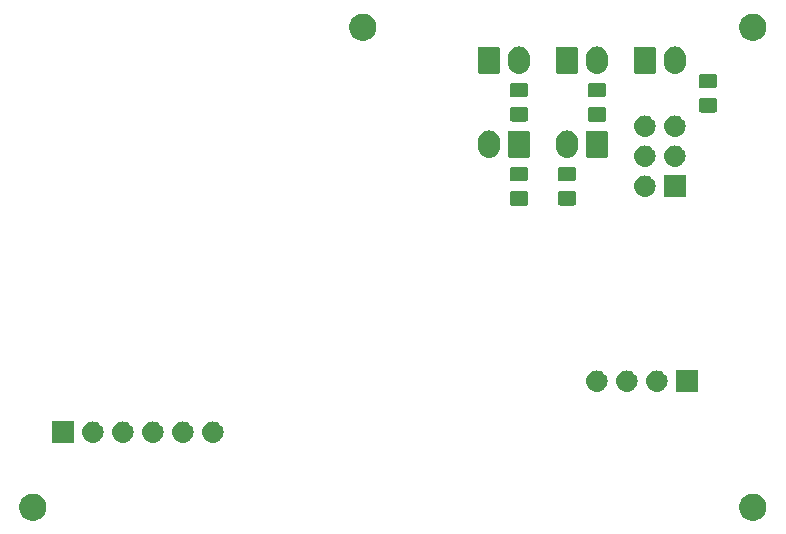
<source format=gbr>
G04 #@! TF.GenerationSoftware,KiCad,Pcbnew,5.0.1*
G04 #@! TF.CreationDate,2018-10-29T01:07:12-05:00*
G04 #@! TF.ProjectId,RDP-Environmental,5244502D456E7669726F6E6D656E7461,01*
G04 #@! TF.SameCoordinates,Original*
G04 #@! TF.FileFunction,Soldermask,Bot*
G04 #@! TF.FilePolarity,Negative*
%FSLAX46Y46*%
G04 Gerber Fmt 4.6, Leading zero omitted, Abs format (unit mm)*
G04 Created by KiCad (PCBNEW 5.0.1) date Mon 29 Oct 2018 01:07:12 AM CDT*
%MOMM*%
%LPD*%
G01*
G04 APERTURE LIST*
%ADD10C,0.100000*%
G04 APERTURE END LIST*
D10*
G36*
X89235734Y-64933232D02*
X89445202Y-65019996D01*
X89633723Y-65145962D01*
X89794038Y-65306277D01*
X89920004Y-65494798D01*
X90006768Y-65704266D01*
X90051000Y-65926635D01*
X90051000Y-66153365D01*
X90006768Y-66375734D01*
X89920004Y-66585202D01*
X89794038Y-66773723D01*
X89633723Y-66934038D01*
X89445202Y-67060004D01*
X89235734Y-67146768D01*
X89013365Y-67191000D01*
X88786635Y-67191000D01*
X88564266Y-67146768D01*
X88354798Y-67060004D01*
X88166277Y-66934038D01*
X88005962Y-66773723D01*
X87879996Y-66585202D01*
X87793232Y-66375734D01*
X87749000Y-66153365D01*
X87749000Y-65926635D01*
X87793232Y-65704266D01*
X87879996Y-65494798D01*
X88005962Y-65306277D01*
X88166277Y-65145962D01*
X88354798Y-65019996D01*
X88564266Y-64933232D01*
X88786635Y-64889000D01*
X89013365Y-64889000D01*
X89235734Y-64933232D01*
X89235734Y-64933232D01*
G37*
G36*
X28275734Y-64933232D02*
X28485202Y-65019996D01*
X28673723Y-65145962D01*
X28834038Y-65306277D01*
X28960004Y-65494798D01*
X29046768Y-65704266D01*
X29091000Y-65926635D01*
X29091000Y-66153365D01*
X29046768Y-66375734D01*
X28960004Y-66585202D01*
X28834038Y-66773723D01*
X28673723Y-66934038D01*
X28485202Y-67060004D01*
X28275734Y-67146768D01*
X28053365Y-67191000D01*
X27826635Y-67191000D01*
X27604266Y-67146768D01*
X27394798Y-67060004D01*
X27206277Y-66934038D01*
X27045962Y-66773723D01*
X26919996Y-66585202D01*
X26833232Y-66375734D01*
X26789000Y-66153365D01*
X26789000Y-65926635D01*
X26833232Y-65704266D01*
X26919996Y-65494798D01*
X27045962Y-65306277D01*
X27206277Y-65145962D01*
X27394798Y-65019996D01*
X27604266Y-64933232D01*
X27826635Y-64889000D01*
X28053365Y-64889000D01*
X28275734Y-64933232D01*
X28275734Y-64933232D01*
G37*
G36*
X40750442Y-58795518D02*
X40816627Y-58802037D01*
X40929853Y-58836384D01*
X40986467Y-58853557D01*
X41125087Y-58927652D01*
X41142991Y-58937222D01*
X41178729Y-58966552D01*
X41280186Y-59049814D01*
X41363448Y-59151271D01*
X41392778Y-59187009D01*
X41392779Y-59187011D01*
X41476443Y-59343533D01*
X41476443Y-59343534D01*
X41527963Y-59513373D01*
X41545359Y-59690000D01*
X41527963Y-59866627D01*
X41493616Y-59979853D01*
X41476443Y-60036467D01*
X41402348Y-60175087D01*
X41392778Y-60192991D01*
X41363448Y-60228729D01*
X41280186Y-60330186D01*
X41178729Y-60413448D01*
X41142991Y-60442778D01*
X41142989Y-60442779D01*
X40986467Y-60526443D01*
X40929853Y-60543616D01*
X40816627Y-60577963D01*
X40750443Y-60584481D01*
X40684260Y-60591000D01*
X40595740Y-60591000D01*
X40529557Y-60584481D01*
X40463373Y-60577963D01*
X40350147Y-60543616D01*
X40293533Y-60526443D01*
X40137011Y-60442779D01*
X40137009Y-60442778D01*
X40101271Y-60413448D01*
X39999814Y-60330186D01*
X39916552Y-60228729D01*
X39887222Y-60192991D01*
X39877652Y-60175087D01*
X39803557Y-60036467D01*
X39786384Y-59979853D01*
X39752037Y-59866627D01*
X39734641Y-59690000D01*
X39752037Y-59513373D01*
X39803557Y-59343534D01*
X39803557Y-59343533D01*
X39887221Y-59187011D01*
X39887222Y-59187009D01*
X39916552Y-59151271D01*
X39999814Y-59049814D01*
X40101271Y-58966552D01*
X40137009Y-58937222D01*
X40154913Y-58927652D01*
X40293533Y-58853557D01*
X40350147Y-58836384D01*
X40463373Y-58802037D01*
X40529558Y-58795518D01*
X40595740Y-58789000D01*
X40684260Y-58789000D01*
X40750442Y-58795518D01*
X40750442Y-58795518D01*
G37*
G36*
X43290442Y-58795518D02*
X43356627Y-58802037D01*
X43469853Y-58836384D01*
X43526467Y-58853557D01*
X43665087Y-58927652D01*
X43682991Y-58937222D01*
X43718729Y-58966552D01*
X43820186Y-59049814D01*
X43903448Y-59151271D01*
X43932778Y-59187009D01*
X43932779Y-59187011D01*
X44016443Y-59343533D01*
X44016443Y-59343534D01*
X44067963Y-59513373D01*
X44085359Y-59690000D01*
X44067963Y-59866627D01*
X44033616Y-59979853D01*
X44016443Y-60036467D01*
X43942348Y-60175087D01*
X43932778Y-60192991D01*
X43903448Y-60228729D01*
X43820186Y-60330186D01*
X43718729Y-60413448D01*
X43682991Y-60442778D01*
X43682989Y-60442779D01*
X43526467Y-60526443D01*
X43469853Y-60543616D01*
X43356627Y-60577963D01*
X43290443Y-60584481D01*
X43224260Y-60591000D01*
X43135740Y-60591000D01*
X43069557Y-60584481D01*
X43003373Y-60577963D01*
X42890147Y-60543616D01*
X42833533Y-60526443D01*
X42677011Y-60442779D01*
X42677009Y-60442778D01*
X42641271Y-60413448D01*
X42539814Y-60330186D01*
X42456552Y-60228729D01*
X42427222Y-60192991D01*
X42417652Y-60175087D01*
X42343557Y-60036467D01*
X42326384Y-59979853D01*
X42292037Y-59866627D01*
X42274641Y-59690000D01*
X42292037Y-59513373D01*
X42343557Y-59343534D01*
X42343557Y-59343533D01*
X42427221Y-59187011D01*
X42427222Y-59187009D01*
X42456552Y-59151271D01*
X42539814Y-59049814D01*
X42641271Y-58966552D01*
X42677009Y-58937222D01*
X42694913Y-58927652D01*
X42833533Y-58853557D01*
X42890147Y-58836384D01*
X43003373Y-58802037D01*
X43069558Y-58795518D01*
X43135740Y-58789000D01*
X43224260Y-58789000D01*
X43290442Y-58795518D01*
X43290442Y-58795518D01*
G37*
G36*
X31381000Y-60591000D02*
X29579000Y-60591000D01*
X29579000Y-58789000D01*
X31381000Y-58789000D01*
X31381000Y-60591000D01*
X31381000Y-60591000D01*
G37*
G36*
X33130442Y-58795518D02*
X33196627Y-58802037D01*
X33309853Y-58836384D01*
X33366467Y-58853557D01*
X33505087Y-58927652D01*
X33522991Y-58937222D01*
X33558729Y-58966552D01*
X33660186Y-59049814D01*
X33743448Y-59151271D01*
X33772778Y-59187009D01*
X33772779Y-59187011D01*
X33856443Y-59343533D01*
X33856443Y-59343534D01*
X33907963Y-59513373D01*
X33925359Y-59690000D01*
X33907963Y-59866627D01*
X33873616Y-59979853D01*
X33856443Y-60036467D01*
X33782348Y-60175087D01*
X33772778Y-60192991D01*
X33743448Y-60228729D01*
X33660186Y-60330186D01*
X33558729Y-60413448D01*
X33522991Y-60442778D01*
X33522989Y-60442779D01*
X33366467Y-60526443D01*
X33309853Y-60543616D01*
X33196627Y-60577963D01*
X33130443Y-60584481D01*
X33064260Y-60591000D01*
X32975740Y-60591000D01*
X32909557Y-60584481D01*
X32843373Y-60577963D01*
X32730147Y-60543616D01*
X32673533Y-60526443D01*
X32517011Y-60442779D01*
X32517009Y-60442778D01*
X32481271Y-60413448D01*
X32379814Y-60330186D01*
X32296552Y-60228729D01*
X32267222Y-60192991D01*
X32257652Y-60175087D01*
X32183557Y-60036467D01*
X32166384Y-59979853D01*
X32132037Y-59866627D01*
X32114641Y-59690000D01*
X32132037Y-59513373D01*
X32183557Y-59343534D01*
X32183557Y-59343533D01*
X32267221Y-59187011D01*
X32267222Y-59187009D01*
X32296552Y-59151271D01*
X32379814Y-59049814D01*
X32481271Y-58966552D01*
X32517009Y-58937222D01*
X32534913Y-58927652D01*
X32673533Y-58853557D01*
X32730147Y-58836384D01*
X32843373Y-58802037D01*
X32909558Y-58795518D01*
X32975740Y-58789000D01*
X33064260Y-58789000D01*
X33130442Y-58795518D01*
X33130442Y-58795518D01*
G37*
G36*
X38210442Y-58795518D02*
X38276627Y-58802037D01*
X38389853Y-58836384D01*
X38446467Y-58853557D01*
X38585087Y-58927652D01*
X38602991Y-58937222D01*
X38638729Y-58966552D01*
X38740186Y-59049814D01*
X38823448Y-59151271D01*
X38852778Y-59187009D01*
X38852779Y-59187011D01*
X38936443Y-59343533D01*
X38936443Y-59343534D01*
X38987963Y-59513373D01*
X39005359Y-59690000D01*
X38987963Y-59866627D01*
X38953616Y-59979853D01*
X38936443Y-60036467D01*
X38862348Y-60175087D01*
X38852778Y-60192991D01*
X38823448Y-60228729D01*
X38740186Y-60330186D01*
X38638729Y-60413448D01*
X38602991Y-60442778D01*
X38602989Y-60442779D01*
X38446467Y-60526443D01*
X38389853Y-60543616D01*
X38276627Y-60577963D01*
X38210443Y-60584481D01*
X38144260Y-60591000D01*
X38055740Y-60591000D01*
X37989557Y-60584481D01*
X37923373Y-60577963D01*
X37810147Y-60543616D01*
X37753533Y-60526443D01*
X37597011Y-60442779D01*
X37597009Y-60442778D01*
X37561271Y-60413448D01*
X37459814Y-60330186D01*
X37376552Y-60228729D01*
X37347222Y-60192991D01*
X37337652Y-60175087D01*
X37263557Y-60036467D01*
X37246384Y-59979853D01*
X37212037Y-59866627D01*
X37194641Y-59690000D01*
X37212037Y-59513373D01*
X37263557Y-59343534D01*
X37263557Y-59343533D01*
X37347221Y-59187011D01*
X37347222Y-59187009D01*
X37376552Y-59151271D01*
X37459814Y-59049814D01*
X37561271Y-58966552D01*
X37597009Y-58937222D01*
X37614913Y-58927652D01*
X37753533Y-58853557D01*
X37810147Y-58836384D01*
X37923373Y-58802037D01*
X37989558Y-58795518D01*
X38055740Y-58789000D01*
X38144260Y-58789000D01*
X38210442Y-58795518D01*
X38210442Y-58795518D01*
G37*
G36*
X35670442Y-58795518D02*
X35736627Y-58802037D01*
X35849853Y-58836384D01*
X35906467Y-58853557D01*
X36045087Y-58927652D01*
X36062991Y-58937222D01*
X36098729Y-58966552D01*
X36200186Y-59049814D01*
X36283448Y-59151271D01*
X36312778Y-59187009D01*
X36312779Y-59187011D01*
X36396443Y-59343533D01*
X36396443Y-59343534D01*
X36447963Y-59513373D01*
X36465359Y-59690000D01*
X36447963Y-59866627D01*
X36413616Y-59979853D01*
X36396443Y-60036467D01*
X36322348Y-60175087D01*
X36312778Y-60192991D01*
X36283448Y-60228729D01*
X36200186Y-60330186D01*
X36098729Y-60413448D01*
X36062991Y-60442778D01*
X36062989Y-60442779D01*
X35906467Y-60526443D01*
X35849853Y-60543616D01*
X35736627Y-60577963D01*
X35670443Y-60584481D01*
X35604260Y-60591000D01*
X35515740Y-60591000D01*
X35449557Y-60584481D01*
X35383373Y-60577963D01*
X35270147Y-60543616D01*
X35213533Y-60526443D01*
X35057011Y-60442779D01*
X35057009Y-60442778D01*
X35021271Y-60413448D01*
X34919814Y-60330186D01*
X34836552Y-60228729D01*
X34807222Y-60192991D01*
X34797652Y-60175087D01*
X34723557Y-60036467D01*
X34706384Y-59979853D01*
X34672037Y-59866627D01*
X34654641Y-59690000D01*
X34672037Y-59513373D01*
X34723557Y-59343534D01*
X34723557Y-59343533D01*
X34807221Y-59187011D01*
X34807222Y-59187009D01*
X34836552Y-59151271D01*
X34919814Y-59049814D01*
X35021271Y-58966552D01*
X35057009Y-58937222D01*
X35074913Y-58927652D01*
X35213533Y-58853557D01*
X35270147Y-58836384D01*
X35383373Y-58802037D01*
X35449558Y-58795518D01*
X35515740Y-58789000D01*
X35604260Y-58789000D01*
X35670442Y-58795518D01*
X35670442Y-58795518D01*
G37*
G36*
X75802443Y-54477519D02*
X75868627Y-54484037D01*
X75981853Y-54518384D01*
X76038467Y-54535557D01*
X76177087Y-54609652D01*
X76194991Y-54619222D01*
X76230729Y-54648552D01*
X76332186Y-54731814D01*
X76415448Y-54833271D01*
X76444778Y-54869009D01*
X76444779Y-54869011D01*
X76528443Y-55025533D01*
X76528443Y-55025534D01*
X76579963Y-55195373D01*
X76597359Y-55372000D01*
X76579963Y-55548627D01*
X76545616Y-55661853D01*
X76528443Y-55718467D01*
X76454348Y-55857087D01*
X76444778Y-55874991D01*
X76415448Y-55910729D01*
X76332186Y-56012186D01*
X76230729Y-56095448D01*
X76194991Y-56124778D01*
X76194989Y-56124779D01*
X76038467Y-56208443D01*
X75981853Y-56225616D01*
X75868627Y-56259963D01*
X75802443Y-56266481D01*
X75736260Y-56273000D01*
X75647740Y-56273000D01*
X75581557Y-56266481D01*
X75515373Y-56259963D01*
X75402147Y-56225616D01*
X75345533Y-56208443D01*
X75189011Y-56124779D01*
X75189009Y-56124778D01*
X75153271Y-56095448D01*
X75051814Y-56012186D01*
X74968552Y-55910729D01*
X74939222Y-55874991D01*
X74929652Y-55857087D01*
X74855557Y-55718467D01*
X74838384Y-55661853D01*
X74804037Y-55548627D01*
X74786641Y-55372000D01*
X74804037Y-55195373D01*
X74855557Y-55025534D01*
X74855557Y-55025533D01*
X74939221Y-54869011D01*
X74939222Y-54869009D01*
X74968552Y-54833271D01*
X75051814Y-54731814D01*
X75153271Y-54648552D01*
X75189009Y-54619222D01*
X75206913Y-54609652D01*
X75345533Y-54535557D01*
X75402147Y-54518384D01*
X75515373Y-54484037D01*
X75581557Y-54477519D01*
X75647740Y-54471000D01*
X75736260Y-54471000D01*
X75802443Y-54477519D01*
X75802443Y-54477519D01*
G37*
G36*
X78342443Y-54477519D02*
X78408627Y-54484037D01*
X78521853Y-54518384D01*
X78578467Y-54535557D01*
X78717087Y-54609652D01*
X78734991Y-54619222D01*
X78770729Y-54648552D01*
X78872186Y-54731814D01*
X78955448Y-54833271D01*
X78984778Y-54869009D01*
X78984779Y-54869011D01*
X79068443Y-55025533D01*
X79068443Y-55025534D01*
X79119963Y-55195373D01*
X79137359Y-55372000D01*
X79119963Y-55548627D01*
X79085616Y-55661853D01*
X79068443Y-55718467D01*
X78994348Y-55857087D01*
X78984778Y-55874991D01*
X78955448Y-55910729D01*
X78872186Y-56012186D01*
X78770729Y-56095448D01*
X78734991Y-56124778D01*
X78734989Y-56124779D01*
X78578467Y-56208443D01*
X78521853Y-56225616D01*
X78408627Y-56259963D01*
X78342443Y-56266481D01*
X78276260Y-56273000D01*
X78187740Y-56273000D01*
X78121557Y-56266481D01*
X78055373Y-56259963D01*
X77942147Y-56225616D01*
X77885533Y-56208443D01*
X77729011Y-56124779D01*
X77729009Y-56124778D01*
X77693271Y-56095448D01*
X77591814Y-56012186D01*
X77508552Y-55910729D01*
X77479222Y-55874991D01*
X77469652Y-55857087D01*
X77395557Y-55718467D01*
X77378384Y-55661853D01*
X77344037Y-55548627D01*
X77326641Y-55372000D01*
X77344037Y-55195373D01*
X77395557Y-55025534D01*
X77395557Y-55025533D01*
X77479221Y-54869011D01*
X77479222Y-54869009D01*
X77508552Y-54833271D01*
X77591814Y-54731814D01*
X77693271Y-54648552D01*
X77729009Y-54619222D01*
X77746913Y-54609652D01*
X77885533Y-54535557D01*
X77942147Y-54518384D01*
X78055373Y-54484037D01*
X78121557Y-54477519D01*
X78187740Y-54471000D01*
X78276260Y-54471000D01*
X78342443Y-54477519D01*
X78342443Y-54477519D01*
G37*
G36*
X80882443Y-54477519D02*
X80948627Y-54484037D01*
X81061853Y-54518384D01*
X81118467Y-54535557D01*
X81257087Y-54609652D01*
X81274991Y-54619222D01*
X81310729Y-54648552D01*
X81412186Y-54731814D01*
X81495448Y-54833271D01*
X81524778Y-54869009D01*
X81524779Y-54869011D01*
X81608443Y-55025533D01*
X81608443Y-55025534D01*
X81659963Y-55195373D01*
X81677359Y-55372000D01*
X81659963Y-55548627D01*
X81625616Y-55661853D01*
X81608443Y-55718467D01*
X81534348Y-55857087D01*
X81524778Y-55874991D01*
X81495448Y-55910729D01*
X81412186Y-56012186D01*
X81310729Y-56095448D01*
X81274991Y-56124778D01*
X81274989Y-56124779D01*
X81118467Y-56208443D01*
X81061853Y-56225616D01*
X80948627Y-56259963D01*
X80882443Y-56266481D01*
X80816260Y-56273000D01*
X80727740Y-56273000D01*
X80661557Y-56266481D01*
X80595373Y-56259963D01*
X80482147Y-56225616D01*
X80425533Y-56208443D01*
X80269011Y-56124779D01*
X80269009Y-56124778D01*
X80233271Y-56095448D01*
X80131814Y-56012186D01*
X80048552Y-55910729D01*
X80019222Y-55874991D01*
X80009652Y-55857087D01*
X79935557Y-55718467D01*
X79918384Y-55661853D01*
X79884037Y-55548627D01*
X79866641Y-55372000D01*
X79884037Y-55195373D01*
X79935557Y-55025534D01*
X79935557Y-55025533D01*
X80019221Y-54869011D01*
X80019222Y-54869009D01*
X80048552Y-54833271D01*
X80131814Y-54731814D01*
X80233271Y-54648552D01*
X80269009Y-54619222D01*
X80286913Y-54609652D01*
X80425533Y-54535557D01*
X80482147Y-54518384D01*
X80595373Y-54484037D01*
X80661557Y-54477519D01*
X80727740Y-54471000D01*
X80816260Y-54471000D01*
X80882443Y-54477519D01*
X80882443Y-54477519D01*
G37*
G36*
X84213000Y-56273000D02*
X82411000Y-56273000D01*
X82411000Y-54471000D01*
X84213000Y-54471000D01*
X84213000Y-56273000D01*
X84213000Y-56273000D01*
G37*
G36*
X69676677Y-39274465D02*
X69714364Y-39285898D01*
X69749103Y-39304466D01*
X69779548Y-39329452D01*
X69804534Y-39359897D01*
X69823102Y-39394636D01*
X69834535Y-39432323D01*
X69839000Y-39477661D01*
X69839000Y-40314339D01*
X69834535Y-40359677D01*
X69823102Y-40397364D01*
X69804534Y-40432103D01*
X69779548Y-40462548D01*
X69749103Y-40487534D01*
X69714364Y-40506102D01*
X69676677Y-40517535D01*
X69631339Y-40522000D01*
X68544661Y-40522000D01*
X68499323Y-40517535D01*
X68461636Y-40506102D01*
X68426897Y-40487534D01*
X68396452Y-40462548D01*
X68371466Y-40432103D01*
X68352898Y-40397364D01*
X68341465Y-40359677D01*
X68337000Y-40314339D01*
X68337000Y-39477661D01*
X68341465Y-39432323D01*
X68352898Y-39394636D01*
X68371466Y-39359897D01*
X68396452Y-39329452D01*
X68426897Y-39304466D01*
X68461636Y-39285898D01*
X68499323Y-39274465D01*
X68544661Y-39270000D01*
X69631339Y-39270000D01*
X69676677Y-39274465D01*
X69676677Y-39274465D01*
G37*
G36*
X73740677Y-39265465D02*
X73778364Y-39276898D01*
X73813103Y-39295466D01*
X73843548Y-39320452D01*
X73868534Y-39350897D01*
X73887102Y-39385636D01*
X73898535Y-39423323D01*
X73903000Y-39468661D01*
X73903000Y-40305339D01*
X73898535Y-40350677D01*
X73887102Y-40388364D01*
X73868534Y-40423103D01*
X73843548Y-40453548D01*
X73813103Y-40478534D01*
X73778364Y-40497102D01*
X73740677Y-40508535D01*
X73695339Y-40513000D01*
X72608661Y-40513000D01*
X72563323Y-40508535D01*
X72525636Y-40497102D01*
X72490897Y-40478534D01*
X72460452Y-40453548D01*
X72435466Y-40423103D01*
X72416898Y-40388364D01*
X72405465Y-40350677D01*
X72401000Y-40305339D01*
X72401000Y-39468661D01*
X72405465Y-39423323D01*
X72416898Y-39385636D01*
X72435466Y-39350897D01*
X72460452Y-39320452D01*
X72490897Y-39295466D01*
X72525636Y-39276898D01*
X72563323Y-39265465D01*
X72608661Y-39261000D01*
X73695339Y-39261000D01*
X73740677Y-39265465D01*
X73740677Y-39265465D01*
G37*
G36*
X79866442Y-37967518D02*
X79932627Y-37974037D01*
X80045853Y-38008384D01*
X80102467Y-38025557D01*
X80241087Y-38099652D01*
X80258991Y-38109222D01*
X80294729Y-38138552D01*
X80396186Y-38221814D01*
X80456233Y-38294983D01*
X80508778Y-38359009D01*
X80508779Y-38359011D01*
X80592443Y-38515533D01*
X80592443Y-38515534D01*
X80643963Y-38685373D01*
X80661359Y-38862000D01*
X80643963Y-39038627D01*
X80609616Y-39151853D01*
X80592443Y-39208467D01*
X80532585Y-39320452D01*
X80508778Y-39364991D01*
X80494850Y-39381962D01*
X80396186Y-39502186D01*
X80294729Y-39585448D01*
X80258991Y-39614778D01*
X80258989Y-39614779D01*
X80102467Y-39698443D01*
X80045853Y-39715616D01*
X79932627Y-39749963D01*
X79866442Y-39756482D01*
X79800260Y-39763000D01*
X79711740Y-39763000D01*
X79645558Y-39756482D01*
X79579373Y-39749963D01*
X79466147Y-39715616D01*
X79409533Y-39698443D01*
X79253011Y-39614779D01*
X79253009Y-39614778D01*
X79217271Y-39585448D01*
X79115814Y-39502186D01*
X79017150Y-39381962D01*
X79003222Y-39364991D01*
X78979415Y-39320452D01*
X78919557Y-39208467D01*
X78902384Y-39151853D01*
X78868037Y-39038627D01*
X78850641Y-38862000D01*
X78868037Y-38685373D01*
X78919557Y-38515534D01*
X78919557Y-38515533D01*
X79003221Y-38359011D01*
X79003222Y-38359009D01*
X79055767Y-38294983D01*
X79115814Y-38221814D01*
X79217271Y-38138552D01*
X79253009Y-38109222D01*
X79270913Y-38099652D01*
X79409533Y-38025557D01*
X79466147Y-38008384D01*
X79579373Y-37974037D01*
X79645558Y-37967518D01*
X79711740Y-37961000D01*
X79800260Y-37961000D01*
X79866442Y-37967518D01*
X79866442Y-37967518D01*
G37*
G36*
X83197000Y-39763000D02*
X81395000Y-39763000D01*
X81395000Y-37961000D01*
X83197000Y-37961000D01*
X83197000Y-39763000D01*
X83197000Y-39763000D01*
G37*
G36*
X69676677Y-37224465D02*
X69714364Y-37235898D01*
X69749103Y-37254466D01*
X69779548Y-37279452D01*
X69804534Y-37309897D01*
X69823102Y-37344636D01*
X69834535Y-37382323D01*
X69839000Y-37427661D01*
X69839000Y-38264339D01*
X69834535Y-38309677D01*
X69823102Y-38347364D01*
X69804534Y-38382103D01*
X69779548Y-38412548D01*
X69749103Y-38437534D01*
X69714364Y-38456102D01*
X69676677Y-38467535D01*
X69631339Y-38472000D01*
X68544661Y-38472000D01*
X68499323Y-38467535D01*
X68461636Y-38456102D01*
X68426897Y-38437534D01*
X68396452Y-38412548D01*
X68371466Y-38382103D01*
X68352898Y-38347364D01*
X68341465Y-38309677D01*
X68337000Y-38264339D01*
X68337000Y-37427661D01*
X68341465Y-37382323D01*
X68352898Y-37344636D01*
X68371466Y-37309897D01*
X68396452Y-37279452D01*
X68426897Y-37254466D01*
X68461636Y-37235898D01*
X68499323Y-37224465D01*
X68544661Y-37220000D01*
X69631339Y-37220000D01*
X69676677Y-37224465D01*
X69676677Y-37224465D01*
G37*
G36*
X73740677Y-37215465D02*
X73778364Y-37226898D01*
X73813103Y-37245466D01*
X73843548Y-37270452D01*
X73868534Y-37300897D01*
X73887102Y-37335636D01*
X73898535Y-37373323D01*
X73903000Y-37418661D01*
X73903000Y-38255339D01*
X73898535Y-38300677D01*
X73887102Y-38338364D01*
X73868534Y-38373103D01*
X73843548Y-38403548D01*
X73813103Y-38428534D01*
X73778364Y-38447102D01*
X73740677Y-38458535D01*
X73695339Y-38463000D01*
X72608661Y-38463000D01*
X72563323Y-38458535D01*
X72525636Y-38447102D01*
X72490897Y-38428534D01*
X72460452Y-38403548D01*
X72435466Y-38373103D01*
X72416898Y-38338364D01*
X72405465Y-38300677D01*
X72401000Y-38255339D01*
X72401000Y-37418661D01*
X72405465Y-37373323D01*
X72416898Y-37335636D01*
X72435466Y-37300897D01*
X72460452Y-37270452D01*
X72490897Y-37245466D01*
X72525636Y-37226898D01*
X72563323Y-37215465D01*
X72608661Y-37211000D01*
X73695339Y-37211000D01*
X73740677Y-37215465D01*
X73740677Y-37215465D01*
G37*
G36*
X82406443Y-35427519D02*
X82472627Y-35434037D01*
X82585853Y-35468384D01*
X82642467Y-35485557D01*
X82781087Y-35559652D01*
X82798991Y-35569222D01*
X82813641Y-35581245D01*
X82936186Y-35681814D01*
X83019448Y-35783271D01*
X83048778Y-35819009D01*
X83048779Y-35819011D01*
X83132443Y-35975533D01*
X83132443Y-35975534D01*
X83183963Y-36145373D01*
X83201359Y-36322000D01*
X83183963Y-36498627D01*
X83149616Y-36611853D01*
X83132443Y-36668467D01*
X83058348Y-36807087D01*
X83048778Y-36824991D01*
X83019448Y-36860729D01*
X82936186Y-36962186D01*
X82834729Y-37045448D01*
X82798991Y-37074778D01*
X82798989Y-37074779D01*
X82642467Y-37158443D01*
X82585853Y-37175616D01*
X82472627Y-37209963D01*
X82416763Y-37215465D01*
X82340260Y-37223000D01*
X82251740Y-37223000D01*
X82175237Y-37215465D01*
X82119373Y-37209963D01*
X82006147Y-37175616D01*
X81949533Y-37158443D01*
X81793011Y-37074779D01*
X81793009Y-37074778D01*
X81757271Y-37045448D01*
X81655814Y-36962186D01*
X81572552Y-36860729D01*
X81543222Y-36824991D01*
X81533652Y-36807087D01*
X81459557Y-36668467D01*
X81442384Y-36611853D01*
X81408037Y-36498627D01*
X81390641Y-36322000D01*
X81408037Y-36145373D01*
X81459557Y-35975534D01*
X81459557Y-35975533D01*
X81543221Y-35819011D01*
X81543222Y-35819009D01*
X81572552Y-35783271D01*
X81655814Y-35681814D01*
X81778359Y-35581245D01*
X81793009Y-35569222D01*
X81810913Y-35559652D01*
X81949533Y-35485557D01*
X82006147Y-35468384D01*
X82119373Y-35434037D01*
X82185557Y-35427519D01*
X82251740Y-35421000D01*
X82340260Y-35421000D01*
X82406443Y-35427519D01*
X82406443Y-35427519D01*
G37*
G36*
X79866443Y-35427519D02*
X79932627Y-35434037D01*
X80045853Y-35468384D01*
X80102467Y-35485557D01*
X80241087Y-35559652D01*
X80258991Y-35569222D01*
X80273641Y-35581245D01*
X80396186Y-35681814D01*
X80479448Y-35783271D01*
X80508778Y-35819009D01*
X80508779Y-35819011D01*
X80592443Y-35975533D01*
X80592443Y-35975534D01*
X80643963Y-36145373D01*
X80661359Y-36322000D01*
X80643963Y-36498627D01*
X80609616Y-36611853D01*
X80592443Y-36668467D01*
X80518348Y-36807087D01*
X80508778Y-36824991D01*
X80479448Y-36860729D01*
X80396186Y-36962186D01*
X80294729Y-37045448D01*
X80258991Y-37074778D01*
X80258989Y-37074779D01*
X80102467Y-37158443D01*
X80045853Y-37175616D01*
X79932627Y-37209963D01*
X79876763Y-37215465D01*
X79800260Y-37223000D01*
X79711740Y-37223000D01*
X79635237Y-37215465D01*
X79579373Y-37209963D01*
X79466147Y-37175616D01*
X79409533Y-37158443D01*
X79253011Y-37074779D01*
X79253009Y-37074778D01*
X79217271Y-37045448D01*
X79115814Y-36962186D01*
X79032552Y-36860729D01*
X79003222Y-36824991D01*
X78993652Y-36807087D01*
X78919557Y-36668467D01*
X78902384Y-36611853D01*
X78868037Y-36498627D01*
X78850641Y-36322000D01*
X78868037Y-36145373D01*
X78919557Y-35975534D01*
X78919557Y-35975533D01*
X79003221Y-35819011D01*
X79003222Y-35819009D01*
X79032552Y-35783271D01*
X79115814Y-35681814D01*
X79238359Y-35581245D01*
X79253009Y-35569222D01*
X79270913Y-35559652D01*
X79409533Y-35485557D01*
X79466147Y-35468384D01*
X79579373Y-35434037D01*
X79645557Y-35427519D01*
X79711740Y-35421000D01*
X79800260Y-35421000D01*
X79866443Y-35427519D01*
X79866443Y-35427519D01*
G37*
G36*
X73332548Y-34168326D02*
X73448287Y-34203435D01*
X73506158Y-34220990D01*
X73529315Y-34233368D01*
X73666156Y-34306511D01*
X73806396Y-34421604D01*
X73921489Y-34561844D01*
X74007010Y-34721843D01*
X74059674Y-34895452D01*
X74073000Y-35030757D01*
X74073000Y-35581244D01*
X74059674Y-35716548D01*
X74028593Y-35819009D01*
X74007010Y-35890158D01*
X73961376Y-35975533D01*
X73921489Y-36050156D01*
X73806396Y-36190396D01*
X73666155Y-36305489D01*
X73564514Y-36359817D01*
X73506157Y-36391010D01*
X73459550Y-36405148D01*
X73332547Y-36443674D01*
X73152000Y-36461456D01*
X72971452Y-36443674D01*
X72844449Y-36405148D01*
X72797842Y-36391010D01*
X72701250Y-36339380D01*
X72637844Y-36305489D01*
X72497604Y-36190396D01*
X72382511Y-36050155D01*
X72296991Y-35890158D01*
X72296990Y-35890157D01*
X72275408Y-35819009D01*
X72244326Y-35716547D01*
X72231000Y-35581243D01*
X72231000Y-35030756D01*
X72244326Y-34895452D01*
X72296990Y-34721843D01*
X72296990Y-34721842D01*
X72382513Y-34561843D01*
X72497605Y-34421604D01*
X72637844Y-34306512D01*
X72637843Y-34306512D01*
X72637845Y-34306511D01*
X72774686Y-34233368D01*
X72797843Y-34220990D01*
X72855714Y-34203435D01*
X72971453Y-34168326D01*
X73152000Y-34150544D01*
X73332548Y-34168326D01*
X73332548Y-34168326D01*
G37*
G36*
X66728548Y-34168326D02*
X66844287Y-34203435D01*
X66902158Y-34220990D01*
X66925315Y-34233368D01*
X67062156Y-34306511D01*
X67202396Y-34421604D01*
X67317489Y-34561844D01*
X67403010Y-34721843D01*
X67455674Y-34895452D01*
X67469000Y-35030757D01*
X67469000Y-35581244D01*
X67455674Y-35716548D01*
X67424593Y-35819009D01*
X67403010Y-35890158D01*
X67357376Y-35975533D01*
X67317489Y-36050156D01*
X67202396Y-36190396D01*
X67062155Y-36305489D01*
X66960514Y-36359817D01*
X66902157Y-36391010D01*
X66855550Y-36405148D01*
X66728547Y-36443674D01*
X66548000Y-36461456D01*
X66367452Y-36443674D01*
X66240449Y-36405148D01*
X66193842Y-36391010D01*
X66097250Y-36339380D01*
X66033844Y-36305489D01*
X65893604Y-36190396D01*
X65778511Y-36050155D01*
X65692991Y-35890158D01*
X65692990Y-35890157D01*
X65671408Y-35819009D01*
X65640326Y-35716547D01*
X65627000Y-35581243D01*
X65627000Y-35030756D01*
X65640326Y-34895452D01*
X65692990Y-34721843D01*
X65692990Y-34721842D01*
X65778513Y-34561843D01*
X65893605Y-34421604D01*
X66033844Y-34306512D01*
X66033843Y-34306512D01*
X66033845Y-34306511D01*
X66170686Y-34233368D01*
X66193843Y-34220990D01*
X66251714Y-34203435D01*
X66367453Y-34168326D01*
X66548000Y-34150544D01*
X66728548Y-34168326D01*
X66728548Y-34168326D01*
G37*
G36*
X76471560Y-34158966D02*
X76504383Y-34168923D01*
X76534632Y-34185092D01*
X76561148Y-34206852D01*
X76582908Y-34233368D01*
X76599077Y-34263617D01*
X76609034Y-34296440D01*
X76613000Y-34336712D01*
X76613000Y-36275288D01*
X76609034Y-36315560D01*
X76599077Y-36348383D01*
X76582908Y-36378632D01*
X76561148Y-36405148D01*
X76534632Y-36426908D01*
X76504383Y-36443077D01*
X76471560Y-36453034D01*
X76431288Y-36457000D01*
X74952712Y-36457000D01*
X74912440Y-36453034D01*
X74879617Y-36443077D01*
X74849368Y-36426908D01*
X74822852Y-36405148D01*
X74801092Y-36378632D01*
X74784923Y-36348383D01*
X74774966Y-36315560D01*
X74771000Y-36275288D01*
X74771000Y-34336712D01*
X74774966Y-34296440D01*
X74784923Y-34263617D01*
X74801092Y-34233368D01*
X74822852Y-34206852D01*
X74849368Y-34185092D01*
X74879617Y-34168923D01*
X74912440Y-34158966D01*
X74952712Y-34155000D01*
X76431288Y-34155000D01*
X76471560Y-34158966D01*
X76471560Y-34158966D01*
G37*
G36*
X69867560Y-34158966D02*
X69900383Y-34168923D01*
X69930632Y-34185092D01*
X69957148Y-34206852D01*
X69978908Y-34233368D01*
X69995077Y-34263617D01*
X70005034Y-34296440D01*
X70009000Y-34336712D01*
X70009000Y-36275288D01*
X70005034Y-36315560D01*
X69995077Y-36348383D01*
X69978908Y-36378632D01*
X69957148Y-36405148D01*
X69930632Y-36426908D01*
X69900383Y-36443077D01*
X69867560Y-36453034D01*
X69827288Y-36457000D01*
X68348712Y-36457000D01*
X68308440Y-36453034D01*
X68275617Y-36443077D01*
X68245368Y-36426908D01*
X68218852Y-36405148D01*
X68197092Y-36378632D01*
X68180923Y-36348383D01*
X68170966Y-36315560D01*
X68167000Y-36275288D01*
X68167000Y-34336712D01*
X68170966Y-34296440D01*
X68180923Y-34263617D01*
X68197092Y-34233368D01*
X68218852Y-34206852D01*
X68245368Y-34185092D01*
X68275617Y-34168923D01*
X68308440Y-34158966D01*
X68348712Y-34155000D01*
X69827288Y-34155000D01*
X69867560Y-34158966D01*
X69867560Y-34158966D01*
G37*
G36*
X82406442Y-32887518D02*
X82472627Y-32894037D01*
X82585853Y-32928384D01*
X82642467Y-32945557D01*
X82781087Y-33019652D01*
X82798991Y-33029222D01*
X82834729Y-33058552D01*
X82936186Y-33141814D01*
X83011005Y-33232983D01*
X83048778Y-33279009D01*
X83048779Y-33279011D01*
X83132443Y-33435533D01*
X83132443Y-33435534D01*
X83183963Y-33605373D01*
X83201359Y-33782000D01*
X83183963Y-33958627D01*
X83149616Y-34071853D01*
X83132443Y-34128467D01*
X83082988Y-34220990D01*
X83048778Y-34284991D01*
X83039382Y-34296440D01*
X82936186Y-34422186D01*
X82834729Y-34505448D01*
X82798991Y-34534778D01*
X82798989Y-34534779D01*
X82642467Y-34618443D01*
X82585853Y-34635616D01*
X82472627Y-34669963D01*
X82406442Y-34676482D01*
X82340260Y-34683000D01*
X82251740Y-34683000D01*
X82185558Y-34676482D01*
X82119373Y-34669963D01*
X82006147Y-34635616D01*
X81949533Y-34618443D01*
X81793011Y-34534779D01*
X81793009Y-34534778D01*
X81757271Y-34505448D01*
X81655814Y-34422186D01*
X81552618Y-34296440D01*
X81543222Y-34284991D01*
X81509012Y-34220990D01*
X81459557Y-34128467D01*
X81442384Y-34071853D01*
X81408037Y-33958627D01*
X81390641Y-33782000D01*
X81408037Y-33605373D01*
X81459557Y-33435534D01*
X81459557Y-33435533D01*
X81543221Y-33279011D01*
X81543222Y-33279009D01*
X81580995Y-33232983D01*
X81655814Y-33141814D01*
X81757271Y-33058552D01*
X81793009Y-33029222D01*
X81810913Y-33019652D01*
X81949533Y-32945557D01*
X82006147Y-32928384D01*
X82119373Y-32894037D01*
X82185558Y-32887518D01*
X82251740Y-32881000D01*
X82340260Y-32881000D01*
X82406442Y-32887518D01*
X82406442Y-32887518D01*
G37*
G36*
X79866442Y-32887518D02*
X79932627Y-32894037D01*
X80045853Y-32928384D01*
X80102467Y-32945557D01*
X80241087Y-33019652D01*
X80258991Y-33029222D01*
X80294729Y-33058552D01*
X80396186Y-33141814D01*
X80471005Y-33232983D01*
X80508778Y-33279009D01*
X80508779Y-33279011D01*
X80592443Y-33435533D01*
X80592443Y-33435534D01*
X80643963Y-33605373D01*
X80661359Y-33782000D01*
X80643963Y-33958627D01*
X80609616Y-34071853D01*
X80592443Y-34128467D01*
X80542988Y-34220990D01*
X80508778Y-34284991D01*
X80499382Y-34296440D01*
X80396186Y-34422186D01*
X80294729Y-34505448D01*
X80258991Y-34534778D01*
X80258989Y-34534779D01*
X80102467Y-34618443D01*
X80045853Y-34635616D01*
X79932627Y-34669963D01*
X79866442Y-34676482D01*
X79800260Y-34683000D01*
X79711740Y-34683000D01*
X79645558Y-34676482D01*
X79579373Y-34669963D01*
X79466147Y-34635616D01*
X79409533Y-34618443D01*
X79253011Y-34534779D01*
X79253009Y-34534778D01*
X79217271Y-34505448D01*
X79115814Y-34422186D01*
X79012618Y-34296440D01*
X79003222Y-34284991D01*
X78969012Y-34220990D01*
X78919557Y-34128467D01*
X78902384Y-34071853D01*
X78868037Y-33958627D01*
X78850641Y-33782000D01*
X78868037Y-33605373D01*
X78919557Y-33435534D01*
X78919557Y-33435533D01*
X79003221Y-33279011D01*
X79003222Y-33279009D01*
X79040995Y-33232983D01*
X79115814Y-33141814D01*
X79217271Y-33058552D01*
X79253009Y-33029222D01*
X79270913Y-33019652D01*
X79409533Y-32945557D01*
X79466147Y-32928384D01*
X79579373Y-32894037D01*
X79645558Y-32887518D01*
X79711740Y-32881000D01*
X79800260Y-32881000D01*
X79866442Y-32887518D01*
X79866442Y-32887518D01*
G37*
G36*
X76280677Y-32162465D02*
X76318364Y-32173898D01*
X76353103Y-32192466D01*
X76383548Y-32217452D01*
X76408534Y-32247897D01*
X76427102Y-32282636D01*
X76438535Y-32320323D01*
X76443000Y-32365661D01*
X76443000Y-33202339D01*
X76438535Y-33247677D01*
X76427102Y-33285364D01*
X76408534Y-33320103D01*
X76383548Y-33350548D01*
X76353103Y-33375534D01*
X76318364Y-33394102D01*
X76280677Y-33405535D01*
X76235339Y-33410000D01*
X75148661Y-33410000D01*
X75103323Y-33405535D01*
X75065636Y-33394102D01*
X75030897Y-33375534D01*
X75000452Y-33350548D01*
X74975466Y-33320103D01*
X74956898Y-33285364D01*
X74945465Y-33247677D01*
X74941000Y-33202339D01*
X74941000Y-32365661D01*
X74945465Y-32320323D01*
X74956898Y-32282636D01*
X74975466Y-32247897D01*
X75000452Y-32217452D01*
X75030897Y-32192466D01*
X75065636Y-32173898D01*
X75103323Y-32162465D01*
X75148661Y-32158000D01*
X76235339Y-32158000D01*
X76280677Y-32162465D01*
X76280677Y-32162465D01*
G37*
G36*
X69676677Y-32153465D02*
X69714364Y-32164898D01*
X69749103Y-32183466D01*
X69779548Y-32208452D01*
X69804534Y-32238897D01*
X69823102Y-32273636D01*
X69834535Y-32311323D01*
X69839000Y-32356661D01*
X69839000Y-33193339D01*
X69834535Y-33238677D01*
X69823102Y-33276364D01*
X69804534Y-33311103D01*
X69779548Y-33341548D01*
X69749103Y-33366534D01*
X69714364Y-33385102D01*
X69676677Y-33396535D01*
X69631339Y-33401000D01*
X68544661Y-33401000D01*
X68499323Y-33396535D01*
X68461636Y-33385102D01*
X68426897Y-33366534D01*
X68396452Y-33341548D01*
X68371466Y-33311103D01*
X68352898Y-33276364D01*
X68341465Y-33238677D01*
X68337000Y-33193339D01*
X68337000Y-32356661D01*
X68341465Y-32311323D01*
X68352898Y-32273636D01*
X68371466Y-32238897D01*
X68396452Y-32208452D01*
X68426897Y-32183466D01*
X68461636Y-32164898D01*
X68499323Y-32153465D01*
X68544661Y-32149000D01*
X69631339Y-32149000D01*
X69676677Y-32153465D01*
X69676677Y-32153465D01*
G37*
G36*
X85678677Y-31391465D02*
X85716364Y-31402898D01*
X85751103Y-31421466D01*
X85781548Y-31446452D01*
X85806534Y-31476897D01*
X85825102Y-31511636D01*
X85836535Y-31549323D01*
X85841000Y-31594661D01*
X85841000Y-32431339D01*
X85836535Y-32476677D01*
X85825102Y-32514364D01*
X85806534Y-32549103D01*
X85781548Y-32579548D01*
X85751103Y-32604534D01*
X85716364Y-32623102D01*
X85678677Y-32634535D01*
X85633339Y-32639000D01*
X84546661Y-32639000D01*
X84501323Y-32634535D01*
X84463636Y-32623102D01*
X84428897Y-32604534D01*
X84398452Y-32579548D01*
X84373466Y-32549103D01*
X84354898Y-32514364D01*
X84343465Y-32476677D01*
X84339000Y-32431339D01*
X84339000Y-31594661D01*
X84343465Y-31549323D01*
X84354898Y-31511636D01*
X84373466Y-31476897D01*
X84398452Y-31446452D01*
X84428897Y-31421466D01*
X84463636Y-31402898D01*
X84501323Y-31391465D01*
X84546661Y-31387000D01*
X85633339Y-31387000D01*
X85678677Y-31391465D01*
X85678677Y-31391465D01*
G37*
G36*
X76281148Y-30112454D02*
X76318732Y-30123855D01*
X76353362Y-30142366D01*
X76383720Y-30167280D01*
X76408634Y-30197638D01*
X76427145Y-30232268D01*
X76438546Y-30269852D01*
X76443000Y-30315075D01*
X76443000Y-31152925D01*
X76438546Y-31198148D01*
X76427145Y-31235732D01*
X76408634Y-31270362D01*
X76383720Y-31300720D01*
X76353362Y-31325634D01*
X76318732Y-31344145D01*
X76281148Y-31355546D01*
X76235925Y-31360000D01*
X75148075Y-31360000D01*
X75102852Y-31355546D01*
X75065268Y-31344145D01*
X75030638Y-31325634D01*
X75000280Y-31300720D01*
X74975366Y-31270362D01*
X74956855Y-31235732D01*
X74945454Y-31198148D01*
X74941000Y-31152925D01*
X74941000Y-30315075D01*
X74945454Y-30269852D01*
X74956855Y-30232268D01*
X74975366Y-30197638D01*
X75000280Y-30167280D01*
X75030638Y-30142366D01*
X75065268Y-30123855D01*
X75102852Y-30112454D01*
X75148075Y-30108000D01*
X76235925Y-30108000D01*
X76281148Y-30112454D01*
X76281148Y-30112454D01*
G37*
G36*
X69676677Y-30103465D02*
X69714364Y-30114898D01*
X69749103Y-30133466D01*
X69779548Y-30158452D01*
X69804534Y-30188897D01*
X69823102Y-30223636D01*
X69834535Y-30261323D01*
X69839000Y-30306661D01*
X69839000Y-31143339D01*
X69834535Y-31188677D01*
X69823102Y-31226364D01*
X69804534Y-31261103D01*
X69779548Y-31291548D01*
X69749103Y-31316534D01*
X69714364Y-31335102D01*
X69676677Y-31346535D01*
X69631339Y-31351000D01*
X68544661Y-31351000D01*
X68499323Y-31346535D01*
X68461636Y-31335102D01*
X68426897Y-31316534D01*
X68396452Y-31291548D01*
X68371466Y-31261103D01*
X68352898Y-31226364D01*
X68341465Y-31188677D01*
X68337000Y-31143339D01*
X68337000Y-30306661D01*
X68341465Y-30261323D01*
X68352898Y-30223636D01*
X68371466Y-30188897D01*
X68396452Y-30158452D01*
X68426897Y-30133466D01*
X68461636Y-30114898D01*
X68499323Y-30103465D01*
X68544661Y-30099000D01*
X69631339Y-30099000D01*
X69676677Y-30103465D01*
X69676677Y-30103465D01*
G37*
G36*
X85678677Y-29341465D02*
X85716364Y-29352898D01*
X85751103Y-29371466D01*
X85781548Y-29396452D01*
X85806534Y-29426897D01*
X85825102Y-29461636D01*
X85836535Y-29499323D01*
X85841000Y-29544661D01*
X85841000Y-30381339D01*
X85836535Y-30426677D01*
X85825102Y-30464364D01*
X85806534Y-30499103D01*
X85781548Y-30529548D01*
X85751103Y-30554534D01*
X85716364Y-30573102D01*
X85678677Y-30584535D01*
X85633339Y-30589000D01*
X84546661Y-30589000D01*
X84501323Y-30584535D01*
X84463636Y-30573102D01*
X84428897Y-30554534D01*
X84398452Y-30529548D01*
X84373466Y-30499103D01*
X84354898Y-30464364D01*
X84343465Y-30426677D01*
X84339000Y-30381339D01*
X84339000Y-29544661D01*
X84343465Y-29499323D01*
X84354898Y-29461636D01*
X84373466Y-29426897D01*
X84398452Y-29396452D01*
X84428897Y-29371466D01*
X84463636Y-29352898D01*
X84501323Y-29341465D01*
X84546661Y-29337000D01*
X85633339Y-29337000D01*
X85678677Y-29341465D01*
X85678677Y-29341465D01*
G37*
G36*
X75872547Y-27056326D02*
X75988286Y-27091435D01*
X76046157Y-27108990D01*
X76067718Y-27120515D01*
X76206155Y-27194511D01*
X76346396Y-27309604D01*
X76461489Y-27449844D01*
X76501298Y-27524321D01*
X76547010Y-27609842D01*
X76564565Y-27667713D01*
X76599674Y-27783452D01*
X76613000Y-27918756D01*
X76613000Y-28469243D01*
X76599674Y-28604548D01*
X76547010Y-28778157D01*
X76461489Y-28938156D01*
X76346396Y-29078396D01*
X76206156Y-29193489D01*
X76187314Y-29203560D01*
X76046158Y-29279010D01*
X75999551Y-29293148D01*
X75872548Y-29331674D01*
X75692000Y-29349456D01*
X75511453Y-29331674D01*
X75384450Y-29293148D01*
X75337843Y-29279010D01*
X75196687Y-29203560D01*
X75177845Y-29193489D01*
X75037605Y-29078396D01*
X74922512Y-28938156D01*
X74882703Y-28863680D01*
X74836990Y-28778158D01*
X74819435Y-28720287D01*
X74784326Y-28604548D01*
X74771000Y-28469244D01*
X74771000Y-27918757D01*
X74784326Y-27783453D01*
X74836990Y-27609844D01*
X74836990Y-27609843D01*
X74868183Y-27551486D01*
X74922511Y-27449845D01*
X75037604Y-27309604D01*
X75177844Y-27194511D01*
X75314685Y-27121368D01*
X75337842Y-27108990D01*
X75395713Y-27091435D01*
X75511452Y-27056326D01*
X75692000Y-27038544D01*
X75872547Y-27056326D01*
X75872547Y-27056326D01*
G37*
G36*
X82476547Y-27056326D02*
X82592286Y-27091435D01*
X82650157Y-27108990D01*
X82671718Y-27120515D01*
X82810155Y-27194511D01*
X82950396Y-27309604D01*
X83065489Y-27449844D01*
X83105298Y-27524321D01*
X83151010Y-27609842D01*
X83168565Y-27667713D01*
X83203674Y-27783452D01*
X83217000Y-27918756D01*
X83217000Y-28469243D01*
X83203674Y-28604548D01*
X83151010Y-28778157D01*
X83065489Y-28938156D01*
X82950396Y-29078396D01*
X82810156Y-29193489D01*
X82791314Y-29203560D01*
X82650158Y-29279010D01*
X82603551Y-29293148D01*
X82476548Y-29331674D01*
X82296000Y-29349456D01*
X82115453Y-29331674D01*
X81988450Y-29293148D01*
X81941843Y-29279010D01*
X81800687Y-29203560D01*
X81781845Y-29193489D01*
X81641605Y-29078396D01*
X81526512Y-28938156D01*
X81486703Y-28863680D01*
X81440990Y-28778158D01*
X81423435Y-28720287D01*
X81388326Y-28604548D01*
X81375000Y-28469244D01*
X81375000Y-27918757D01*
X81388326Y-27783453D01*
X81440990Y-27609844D01*
X81440990Y-27609843D01*
X81472183Y-27551486D01*
X81526511Y-27449845D01*
X81641604Y-27309604D01*
X81781844Y-27194511D01*
X81918685Y-27121368D01*
X81941842Y-27108990D01*
X81999713Y-27091435D01*
X82115452Y-27056326D01*
X82296000Y-27038544D01*
X82476547Y-27056326D01*
X82476547Y-27056326D01*
G37*
G36*
X69268547Y-27056326D02*
X69384286Y-27091435D01*
X69442157Y-27108990D01*
X69463718Y-27120515D01*
X69602155Y-27194511D01*
X69742396Y-27309604D01*
X69857489Y-27449844D01*
X69897298Y-27524321D01*
X69943010Y-27609842D01*
X69960565Y-27667713D01*
X69995674Y-27783452D01*
X70009000Y-27918756D01*
X70009000Y-28469243D01*
X69995674Y-28604548D01*
X69943010Y-28778157D01*
X69857489Y-28938156D01*
X69742396Y-29078396D01*
X69602156Y-29193489D01*
X69583314Y-29203560D01*
X69442158Y-29279010D01*
X69395551Y-29293148D01*
X69268548Y-29331674D01*
X69088000Y-29349456D01*
X68907453Y-29331674D01*
X68780450Y-29293148D01*
X68733843Y-29279010D01*
X68592687Y-29203560D01*
X68573845Y-29193489D01*
X68433605Y-29078396D01*
X68318512Y-28938156D01*
X68278703Y-28863680D01*
X68232990Y-28778158D01*
X68215435Y-28720287D01*
X68180326Y-28604548D01*
X68167000Y-28469244D01*
X68167000Y-27918757D01*
X68180326Y-27783453D01*
X68232990Y-27609844D01*
X68232990Y-27609843D01*
X68264183Y-27551486D01*
X68318511Y-27449845D01*
X68433604Y-27309604D01*
X68573844Y-27194511D01*
X68710685Y-27121368D01*
X68733842Y-27108990D01*
X68791713Y-27091435D01*
X68907452Y-27056326D01*
X69088000Y-27038544D01*
X69268547Y-27056326D01*
X69268547Y-27056326D01*
G37*
G36*
X80535560Y-27046966D02*
X80568383Y-27056923D01*
X80598632Y-27073092D01*
X80625148Y-27094852D01*
X80646908Y-27121368D01*
X80663077Y-27151617D01*
X80673034Y-27184440D01*
X80677000Y-27224712D01*
X80677000Y-29163288D01*
X80673034Y-29203560D01*
X80663077Y-29236383D01*
X80646908Y-29266632D01*
X80625148Y-29293148D01*
X80598632Y-29314908D01*
X80568383Y-29331077D01*
X80535560Y-29341034D01*
X80495288Y-29345000D01*
X79016712Y-29345000D01*
X78976440Y-29341034D01*
X78943617Y-29331077D01*
X78913368Y-29314908D01*
X78886852Y-29293148D01*
X78865092Y-29266632D01*
X78848923Y-29236383D01*
X78838966Y-29203560D01*
X78835000Y-29163288D01*
X78835000Y-27224712D01*
X78838966Y-27184440D01*
X78848923Y-27151617D01*
X78865092Y-27121368D01*
X78886852Y-27094852D01*
X78913368Y-27073092D01*
X78943617Y-27056923D01*
X78976440Y-27046966D01*
X79016712Y-27043000D01*
X80495288Y-27043000D01*
X80535560Y-27046966D01*
X80535560Y-27046966D01*
G37*
G36*
X73931560Y-27046966D02*
X73964383Y-27056923D01*
X73994632Y-27073092D01*
X74021148Y-27094852D01*
X74042908Y-27121368D01*
X74059077Y-27151617D01*
X74069034Y-27184440D01*
X74073000Y-27224712D01*
X74073000Y-29163288D01*
X74069034Y-29203560D01*
X74059077Y-29236383D01*
X74042908Y-29266632D01*
X74021148Y-29293148D01*
X73994632Y-29314908D01*
X73964383Y-29331077D01*
X73931560Y-29341034D01*
X73891288Y-29345000D01*
X72412712Y-29345000D01*
X72372440Y-29341034D01*
X72339617Y-29331077D01*
X72309368Y-29314908D01*
X72282852Y-29293148D01*
X72261092Y-29266632D01*
X72244923Y-29236383D01*
X72234966Y-29203560D01*
X72231000Y-29163288D01*
X72231000Y-27224712D01*
X72234966Y-27184440D01*
X72244923Y-27151617D01*
X72261092Y-27121368D01*
X72282852Y-27094852D01*
X72309368Y-27073092D01*
X72339617Y-27056923D01*
X72372440Y-27046966D01*
X72412712Y-27043000D01*
X73891288Y-27043000D01*
X73931560Y-27046966D01*
X73931560Y-27046966D01*
G37*
G36*
X67327560Y-27046966D02*
X67360383Y-27056923D01*
X67390632Y-27073092D01*
X67417148Y-27094852D01*
X67438908Y-27121368D01*
X67455077Y-27151617D01*
X67465034Y-27184440D01*
X67469000Y-27224712D01*
X67469000Y-29163288D01*
X67465034Y-29203560D01*
X67455077Y-29236383D01*
X67438908Y-29266632D01*
X67417148Y-29293148D01*
X67390632Y-29314908D01*
X67360383Y-29331077D01*
X67327560Y-29341034D01*
X67287288Y-29345000D01*
X65808712Y-29345000D01*
X65768440Y-29341034D01*
X65735617Y-29331077D01*
X65705368Y-29314908D01*
X65678852Y-29293148D01*
X65657092Y-29266632D01*
X65640923Y-29236383D01*
X65630966Y-29203560D01*
X65627000Y-29163288D01*
X65627000Y-27224712D01*
X65630966Y-27184440D01*
X65640923Y-27151617D01*
X65657092Y-27121368D01*
X65678852Y-27094852D01*
X65705368Y-27073092D01*
X65735617Y-27056923D01*
X65768440Y-27046966D01*
X65808712Y-27043000D01*
X67287288Y-27043000D01*
X67327560Y-27046966D01*
X67327560Y-27046966D01*
G37*
G36*
X89235734Y-24293232D02*
X89445202Y-24379996D01*
X89633723Y-24505962D01*
X89794038Y-24666277D01*
X89920004Y-24854798D01*
X90006768Y-25064266D01*
X90051000Y-25286635D01*
X90051000Y-25513365D01*
X90006768Y-25735734D01*
X89920004Y-25945202D01*
X89794038Y-26133723D01*
X89633723Y-26294038D01*
X89445202Y-26420004D01*
X89235734Y-26506768D01*
X89013365Y-26551000D01*
X88786635Y-26551000D01*
X88564266Y-26506768D01*
X88354798Y-26420004D01*
X88166277Y-26294038D01*
X88005962Y-26133723D01*
X87879996Y-25945202D01*
X87793232Y-25735734D01*
X87749000Y-25513365D01*
X87749000Y-25286635D01*
X87793232Y-25064266D01*
X87879996Y-24854798D01*
X88005962Y-24666277D01*
X88166277Y-24505962D01*
X88354798Y-24379996D01*
X88564266Y-24293232D01*
X88786635Y-24249000D01*
X89013365Y-24249000D01*
X89235734Y-24293232D01*
X89235734Y-24293232D01*
G37*
G36*
X56215734Y-24293232D02*
X56425202Y-24379996D01*
X56613723Y-24505962D01*
X56774038Y-24666277D01*
X56900004Y-24854798D01*
X56986768Y-25064266D01*
X57031000Y-25286635D01*
X57031000Y-25513365D01*
X56986768Y-25735734D01*
X56900004Y-25945202D01*
X56774038Y-26133723D01*
X56613723Y-26294038D01*
X56425202Y-26420004D01*
X56215734Y-26506768D01*
X55993365Y-26551000D01*
X55766635Y-26551000D01*
X55544266Y-26506768D01*
X55334798Y-26420004D01*
X55146277Y-26294038D01*
X54985962Y-26133723D01*
X54859996Y-25945202D01*
X54773232Y-25735734D01*
X54729000Y-25513365D01*
X54729000Y-25286635D01*
X54773232Y-25064266D01*
X54859996Y-24854798D01*
X54985962Y-24666277D01*
X55146277Y-24505962D01*
X55334798Y-24379996D01*
X55544266Y-24293232D01*
X55766635Y-24249000D01*
X55993365Y-24249000D01*
X56215734Y-24293232D01*
X56215734Y-24293232D01*
G37*
M02*

</source>
